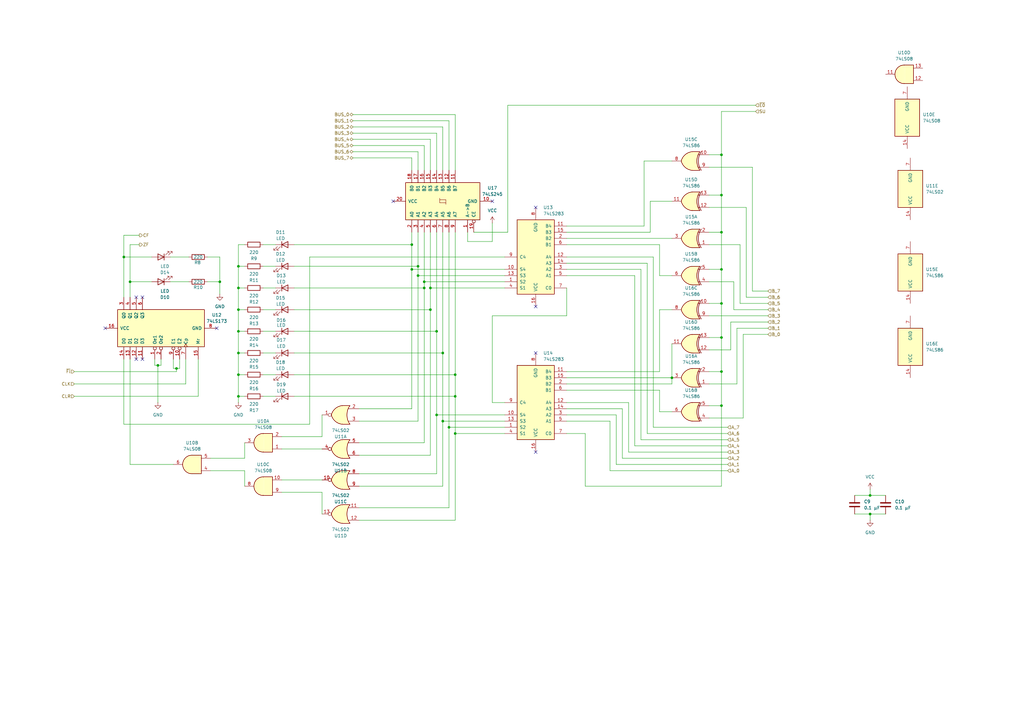
<source format=kicad_sch>
(kicad_sch (version 20250114) (generator "eeschema") (generator_version "9.0")
  (paper "A3")
  (title_block (title "8 bit PC") (date "2025-10-14") (rev "1"))
  (lib_symbols
    (symbol "74xx:74LS02" (pin_names (offset 1.016))
      (property "Reference" "U" (at 0 1.27 0))
      (property "Value" "74LS02" (at 0 -1.27 0))
      (symbol "74LS02_1_1"
        (pin input line (at -7.62 2.54 0) (length 4.318) (name "~") (number "2"))
        (pin input line (at -7.62 -2.54 0) (length 4.318) (name "~") (number "3"))
        (pin output inverted (at 7.62 0 180) (length 3.81) (name "~") (number "1"))
      )
      (symbol "74LS02_1_2"
        (pin input inverted (at -7.62 2.54 0) (length 3.81) (name "~") (number "2"))
        (pin input inverted (at -7.62 -2.54 0) (length 3.81) (name "~") (number "3"))
        (pin output line (at 7.62 0 180) (length 3.81) (name "~") (number "1"))
      )
      (symbol "74LS02_2_1"
        (pin input line (at -7.62 2.54 0) (length 4.318) (name "~") (number "5"))
        (pin input line (at -7.62 -2.54 0) (length 4.318) (name "~") (number "6"))
        (pin output inverted (at 7.62 0 180) (length 3.81) (name "~") (number "4"))
      )
      (symbol "74LS02_2_2"
        (pin input inverted (at -7.62 2.54 0) (length 3.81) (name "~") (number "5"))
        (pin input inverted (at -7.62 -2.54 0) (length 3.81) (name "~") (number "6"))
        (pin output line (at 7.62 0 180) (length 3.81) (name "~") (number "4"))
      )
      (symbol "74LS02_3_1"
        (pin input line (at -7.62 2.54 0) (length 4.318) (name "~") (number "8"))
        (pin input line (at -7.62 -2.54 0) (length 4.318) (name "~") (number "9"))
        (pin output inverted (at 7.62 0 180) (length 3.81) (name "~") (number "10"))
      )
      (symbol "74LS02_3_2"
        (pin input inverted (at -7.62 2.54 0) (length 3.81) (name "~") (number "8"))
        (pin input inverted (at -7.62 -2.54 0) (length 3.81) (name "~") (number "9"))
        (pin output line (at 7.62 0 180) (length 3.81) (name "~") (number "10"))
      )
      (symbol "74LS02_4_1"
        (pin input line (at -7.62 2.54 0) (length 4.318) (name "~") (number "11"))
        (pin input line (at -7.62 -2.54 0) (length 4.318) (name "~") (number "12"))
        (pin output inverted (at 7.62 0 180) (length 3.81) (name "~") (number "13"))
      )
      (symbol "74LS02_4_2"
        (pin input inverted (at -7.62 2.54 0) (length 3.81) (name "~") (number "11"))
        (pin input inverted (at -7.62 -2.54 0) (length 3.81) (name "~") (number "12"))
        (pin output line (at 7.62 0 180) (length 3.81) (name "~") (number "13"))
      )
      (symbol "74LS02_5_0"
        (pin power_in line (at 0 12.7 270) (length 5.08) (name "VCC") (number "14"))
        (pin power_in line (at 0 -12.7 90) (length 5.08) (name "GND") (number "7"))
      )
    )
    (symbol "74xx:74LS08" (pin_names (offset 1.016))
      (property "Reference" "U" (at 0 1.27 0))
      (property "Value" "74LS08" (at 0 -1.27 0))
      (symbol "74LS08_1_1"
        (pin input line (at -7.62 2.54 0) (length 3.81) (name "~") (number "1"))
        (pin input line (at -7.62 -2.54 0) (length 3.81) (name "~") (number "2"))
        (pin output line (at 7.62 0 180) (length 3.81) (name "~") (number "3"))
      )
      (symbol "74LS08_1_2"
        (pin input inverted (at -7.62 2.54 0) (length 4.318) (name "~") (number "1"))
        (pin input inverted (at -7.62 -2.54 0) (length 4.318) (name "~") (number "2"))
        (pin output inverted (at 7.62 0 180) (length 3.81) (name "~") (number "3"))
      )
      (symbol "74LS08_2_1"
        (pin input line (at -7.62 2.54 0) (length 3.81) (name "~") (number "4"))
        (pin input line (at -7.62 -2.54 0) (length 3.81) (name "~") (number "5"))
        (pin output line (at 7.62 0 180) (length 3.81) (name "~") (number "6"))
      )
      (symbol "74LS08_2_2"
        (pin input inverted (at -7.62 2.54 0) (length 4.318) (name "~") (number "4"))
        (pin input inverted (at -7.62 -2.54 0) (length 4.318) (name "~") (number "5"))
        (pin output inverted (at 7.62 0 180) (length 3.81) (name "~") (number "6"))
      )
      (symbol "74LS08_3_1"
        (pin input line (at -7.62 2.54 0) (length 3.81) (name "~") (number "9"))
        (pin input line (at -7.62 -2.54 0) (length 3.81) (name "~") (number "10"))
        (pin output line (at 7.62 0 180) (length 3.81) (name "~") (number "8"))
      )
      (symbol "74LS08_3_2"
        (pin input inverted (at -7.62 2.54 0) (length 4.318) (name "~") (number "9"))
        (pin input inverted (at -7.62 -2.54 0) (length 4.318) (name "~") (number "10"))
        (pin output inverted (at 7.62 0 180) (length 3.81) (name "~") (number "8"))
      )
      (symbol "74LS08_4_1"
        (pin input line (at -7.62 2.54 0) (length 3.81) (name "~") (number "12"))
        (pin input line (at -7.62 -2.54 0) (length 3.81) (name "~") (number "13"))
        (pin output line (at 7.62 0 180) (length 3.81) (name "~") (number "11"))
      )
      (symbol "74LS08_4_2"
        (pin input inverted (at -7.62 2.54 0) (length 4.318) (name "~") (number "12"))
        (pin input inverted (at -7.62 -2.54 0) (length 4.318) (name "~") (number "13"))
        (pin output inverted (at 7.62 0 180) (length 3.81) (name "~") (number "11"))
      )
      (symbol "74LS08_5_0"
        (pin power_in line (at 0 12.7 270) (length 5.08) (name "VCC") (number "14"))
        (pin power_in line (at 0 -12.7 90) (length 5.08) (name "GND") (number "7"))
      )
    )
    (symbol "74xx:74LS173" (pin_names (offset 1.016))
      (property "Reference" "U" (at -7.62 19.05 0))
      (property "Value" "74LS173" (at -7.62 -19.05 0))
      (symbol "74LS173_1_0"
        (pin input line (at -12.7 15.24 0) (length 5.08) (name "D0") (number "14"))
        (pin input line (at -12.7 12.7 0) (length 5.08) (name "D1") (number "13"))
        (pin input line (at -12.7 10.16 0) (length 5.08) (name "D2") (number "12"))
        (pin input line (at -12.7 7.62 0) (length 5.08) (name "D3") (number "11"))
        (pin input inverted (at -12.7 2.54 0) (length 5.08) (name "Oe1") (number "1"))
        (pin input inverted (at -12.7 0 0) (length 5.08) (name "Oe2") (number "2"))
        (pin input inverted (at -12.7 -5.08 0) (length 5.08) (name "E1") (number "9"))
        (pin input inverted (at -12.7 -7.62 0) (length 5.08) (name "E2") (number "10"))
        (pin input clock (at -12.7 -10.16 0) (length 5.08) (name "Cp") (number "7"))
        (pin input line (at -12.7 -15.24 0) (length 5.08) (name "Mr") (number "15"))
        (pin power_in line (at 0 22.86 270) (length 5.08) (name "VCC") (number "16"))
        (pin power_in line (at 0 -22.86 90) (length 5.08) (name "GND") (number "8"))
        (pin tri_state line (at 12.7 15.24 180) (length 5.08) (name "Q0") (number "3"))
        (pin tri_state line (at 12.7 12.7 180) (length 5.08) (name "Q1") (number "4"))
        (pin tri_state line (at 12.7 10.16 180) (length 5.08) (name "Q2") (number "5"))
        (pin tri_state line (at 12.7 7.62 180) (length 5.08) (name "Q3") (number "6"))
      )
    )
    (symbol "74xx:74LS245" (pin_names (offset 1.016))
      (property "Reference" "U" (at -7.62 16.51 0))
      (property "Value" "74LS245" (at -7.62 -16.51 0))
      (symbol "74LS245_1_0"
        (pin tri_state line (at -12.7 12.7 0) (length 5.08) (name "A0") (number "2"))
        (pin tri_state line (at -12.7 10.16 0) (length 5.08) (name "A1") (number "3"))
        (pin tri_state line (at -12.7 7.62 0) (length 5.08) (name "A2") (number "4"))
        (pin tri_state line (at -12.7 5.08 0) (length 5.08) (name "A3") (number "5"))
        (pin tri_state line (at -12.7 2.54 0) (length 5.08) (name "A4") (number "6"))
        (pin tri_state line (at -12.7 0 0) (length 5.08) (name "A5") (number "7"))
        (pin tri_state line (at -12.7 -2.54 0) (length 5.08) (name "A6") (number "8"))
        (pin tri_state line (at -12.7 -5.08 0) (length 5.08) (name "A7") (number "9"))
        (pin input line (at -12.7 -10.16 0) (length 5.08) (name "A->B") (number "1"))
        (pin input inverted (at -12.7 -12.7 0) (length 5.08) (name "CE") (number "19"))
        (pin power_in line (at 0 20.32 270) (length 5.08) (name "VCC") (number "20"))
        (pin power_in line (at 0 -20.32 90) (length 5.08) (name "GND") (number "10"))
        (pin tri_state line (at 12.7 12.7 180) (length 5.08) (name "B0") (number "18"))
        (pin tri_state line (at 12.7 10.16 180) (length 5.08) (name "B1") (number "17"))
        (pin tri_state line (at 12.7 7.62 180) (length 5.08) (name "B2") (number "16"))
        (pin tri_state line (at 12.7 5.08 180) (length 5.08) (name "B3") (number "15"))
        (pin tri_state line (at 12.7 2.54 180) (length 5.08) (name "B4") (number "14"))
        (pin tri_state line (at 12.7 0 180) (length 5.08) (name "B5") (number "13"))
        (pin tri_state line (at 12.7 -2.54 180) (length 5.08) (name "B6") (number "12"))
        (pin tri_state line (at 12.7 -5.08 180) (length 5.08) (name "B7") (number "11"))
      )
    )
    (symbol "74xx:74LS283" (pin_names (offset 1.016))
      (property "Reference" "U" (at -7.62 16.51 0))
      (property "Value" "74LS283" (at -7.62 -16.51 0))
      (symbol "74LS283_1_0"
        (pin input line (at -12.7 12.7 0) (length 5.08) (name "C0") (number "7"))
        (pin input line (at -12.7 7.62 0) (length 5.08) (name "A1") (number "5"))
        (pin input line (at -12.7 5.08 0) (length 5.08) (name "A2") (number "3"))
        (pin input line (at -12.7 2.54 0) (length 5.08) (name "A3") (number "14"))
        (pin input line (at -12.7 0 0) (length 5.08) (name "A4") (number "12"))
        (pin input line (at -12.7 -5.08 0) (length 5.08) (name "B1") (number "6"))
        (pin input line (at -12.7 -7.62 0) (length 5.08) (name "B2") (number "2"))
        (pin input line (at -12.7 -10.16 0) (length 5.08) (name "B3") (number "15"))
        (pin input line (at -12.7 -12.7 0) (length 5.08) (name "B4") (number "11"))
        (pin power_in line (at 0 20.32 270) (length 5.08) (name "VCC") (number "16"))
        (pin power_in line (at 0 -20.32 90) (length 5.08) (name "GND") (number "8"))
        (pin output line (at 12.7 12.7 180) (length 5.08) (name "S1") (number "4"))
        (pin output line (at 12.7 10.16 180) (length 5.08) (name "S2") (number "1"))
        (pin output line (at 12.7 7.62 180) (length 5.08) (name "S3") (number "13"))
        (pin output line (at 12.7 5.08 180) (length 5.08) (name "S4") (number "10"))
        (pin output line (at 12.7 0 180) (length 5.08) (name "C4") (number "9"))
      )
    )
    (symbol "74xx:74LS86" (pin_names (offset 1.016))
      (property "Reference" "U" (at 0 1.27 0))
      (property "Value" "74LS86" (at 0 -1.27 0))
      (symbol "74LS86_1_0"
        (pin input line (at -7.62 2.54 0) (length 4.445) (name "~") (number "1"))
        (pin input line (at -7.62 -2.54 0) (length 4.445) (name "~") (number "2"))
        (pin output line (at 7.62 0 180) (length 3.81) (name "~") (number "3"))
      )
      (symbol "74LS86_2_0"
        (pin input line (at -7.62 2.54 0) (length 4.445) (name "~") (number "4"))
        (pin input line (at -7.62 -2.54 0) (length 4.445) (name "~") (number "5"))
        (pin output line (at 7.62 0 180) (length 3.81) (name "~") (number "6"))
      )
      (symbol "74LS86_3_0"
        (pin input line (at -7.62 2.54 0) (length 4.445) (name "~") (number "9"))
        (pin input line (at -7.62 -2.54 0) (length 4.445) (name "~") (number "10"))
        (pin output line (at 7.62 0 180) (length 3.81) (name "~") (number "8"))
      )
      (symbol "74LS86_4_0"
        (pin input line (at -7.62 2.54 0) (length 4.445) (name "~") (number "12"))
        (pin input line (at -7.62 -2.54 0) (length 4.445) (name "~") (number "13"))
        (pin output line (at 7.62 0 180) (length 3.81) (name "~") (number "11"))
      )
      (symbol "74LS86_5_0"
        (pin power_in line (at 0 12.7 270) (length 5.08) (name "VCC") (number "14"))
        (pin power_in line (at 0 -12.7 90) (length 5.08) (name "GND") (number "7"))
      )
    )
    (symbol "Device:C" (pin_numbers (hide yes)) (pin_names (offset 0.254))
      (property "Reference" "C" (at 0.635 2.54 0))
      (property "Value" "C" (at 0.635 -2.54 0))
      (symbol "C_1_1"
        (pin passive line (at 0 3.81 270) (length 2.794) (name "~") (number "1"))
        (pin passive line (at 0 -3.81 90) (length 2.794) (name "~") (number "2"))
      )
    )
    (symbol "Device:LED" (pin_numbers (hide yes)) (pin_names (offset 1.016) (hide yes))
      (property "Reference" "D" (at 0 2.54 0))
      (property "Value" "LED" (at 0 -2.54 0))
      (symbol "LED_1_1"
        (pin passive line (at -3.81 0 0) (length 2.54) (name "K") (number "1"))
        (pin passive line (at 3.81 0 180) (length 2.54) (name "A") (number "2"))
      )
    )
    (symbol "Device:R" (pin_numbers (hide yes)) (pin_names (offset 0))
      (property "Reference" "R" (at 2.032 0 90))
      (property "Value" "R" (at 0 0 90))
      (symbol "R_1_1"
        (pin passive line (at 0 3.81 270) (length 1.27) (name "~") (number "1"))
        (pin passive line (at 0 -3.81 90) (length 1.27) (name "~") (number "2"))
      )
    )
    (symbol "power:GND" (power) (pin_numbers (hide yes)) (pin_names (offset 0) (hide yes))
      (property "Value" "GND" (at 0 -3.81 0))
      (symbol "GND_1_1"
        (pin power_in line (at 0 0 270) (length 0) (name "~") (number "1"))
      )
    )
    (symbol "power:VCC" (power) (pin_numbers (hide yes)) (pin_names (offset 0) (hide yes))
      (property "Value" "VCC" (at 0 3.556 0))
      (symbol "VCC_1_1"
        (pin power_in line (at 0 0 90) (length 0) (name "~") (number "1"))
      )
    )
  )
  (junction (at 295.91 110.49))
  (junction (at 295.91 152.4))
  (junction (at 186.69 177.8))
  (junction (at 181.61 144.78))
  (junction (at 179.07 135.89))
  (junction (at 275.59 154.94))
  (junction (at 168.91 100.33))
  (junction (at 97.79 109.22))
  (junction (at 97.79 153.67))
  (junction (at 356.87 203.2))
  (junction (at 356.87 210.82))
  (junction (at 97.79 127))
  (junction (at 176.53 118.11))
  (junction (at 64.77 149.86))
  (junction (at 181.61 172.72))
  (junction (at 173.99 118.11))
  (junction (at 295.91 166.37))
  (junction (at 171.45 109.22))
  (junction (at 186.69 153.67))
  (junction (at 176.53 127))
  (junction (at 97.79 144.78))
  (junction (at 50.8 105.41))
  (junction (at 72.39 151.13))
  (junction (at 171.45 113.03))
  (junction (at 295.91 138.43))
  (junction (at 179.07 170.18))
  (junction (at 295.91 95.25))
  (junction (at 90.17 115.57))
  (junction (at 295.91 80.01))
  (junction (at 295.91 63.5))
  (junction (at 53.34 115.57))
  (junction (at 184.15 175.26))
  (junction (at 97.79 162.56))
  (junction (at 173.99 115.57))
  (junction (at 295.91 124.46))
  (junction (at 97.79 135.89))
  (junction (at 186.69 162.56))
  (junction (at 97.79 118.11))
  (junction (at 168.91 110.49))
  (no_connect (at 58.42 121.92))
  (no_connect (at 43.18 134.62))
  (no_connect (at 161.29 82.55))
  (no_connect (at 219.71 144.78))
  (no_connect (at 219.71 185.42))
  (no_connect (at 88.9 134.62))
  (no_connect (at 219.71 85.09))
  (no_connect (at 55.88 121.92))
  (no_connect (at 201.93 82.55))
  (no_connect (at 55.88 147.32))
  (no_connect (at 58.42 147.32))
  (no_connect (at 219.71 125.73))
  (wire (pts (xy 179.07 54.61) (xy 179.07 69.85)))
  (wire (pts (xy 107.95 118.11) (xy 113.03 118.11)))
  (wire (pts (xy 50.8 147.32) (xy 50.8 173.99)))
  (wire (pts (xy 50.8 105.41) (xy 50.8 96.52)))
  (wire (pts (xy 71.12 147.32) (xy 71.12 151.13)))
  (wire (pts (xy 76.2 147.32) (xy 76.2 157.48)))
  (wire (pts (xy 107.95 100.33) (xy 113.03 100.33)))
  (wire (pts (xy 71.12 151.13) (xy 72.39 151.13)))
  (wire (pts (xy 303.53 124.46) (xy 314.96 124.46)))
  (wire (pts (xy 184.15 95.25) (xy 184.15 175.26)))
  (wire (pts (xy 173.99 59.69) (xy 173.99 69.85)))
  (wire (pts (xy 232.41 92.71) (xy 264.16 92.71)))
  (wire (pts (xy 191.77 99.06) (xy 201.93 99.06)))
  (wire (pts (xy 290.83 100.33) (xy 303.53 100.33)))
  (wire (pts (xy 120.65 153.67) (xy 186.69 153.67)))
  (wire (pts (xy 194.31 95.25) (xy 208.28 95.25)))
  (wire (pts (xy 132.08 210.82) (xy 132.08 201.93)))
  (wire (pts (xy 232.41 129.54) (xy 201.93 129.54)))
  (wire (pts (xy 147.32 194.31) (xy 179.07 194.31)))
  (wire (pts (xy 107.95 144.78) (xy 113.03 144.78)))
  (wire (pts (xy 168.91 95.25) (xy 168.91 100.33)))
  (wire (pts (xy 186.69 177.8) (xy 186.69 213.36)))
  (wire (pts (xy 144.78 64.77) (xy 168.91 64.77)))
  (wire (pts (xy 50.8 173.99) (xy 127 173.99)))
  (wire (pts (xy 181.61 172.72) (xy 181.61 199.39)))
  (wire (pts (xy 208.28 95.25) (xy 208.28 43.18)))
  (wire (pts (xy 179.07 135.89) (xy 179.07 170.18)))
  (wire (pts (xy 270.51 160.02) (xy 270.51 168.91)))
  (wire (pts (xy 107.95 162.56) (xy 113.03 162.56)))
  (wire (pts (xy 260.35 113.03) (xy 260.35 182.88)))
  (wire (pts (xy 257.81 165.1) (xy 257.81 185.42)))
  (wire (pts (xy 250.19 172.72) (xy 250.19 193.04)))
  (wire (pts (xy 181.61 172.72) (xy 207.01 172.72)))
  (wire (pts (xy 264.16 66.04) (xy 275.59 66.04)))
  (wire (pts (xy 63.5 149.86) (xy 64.77 149.86)))
  (wire (pts (xy 186.69 177.8) (xy 207.01 177.8)))
  (wire (pts (xy 308.61 119.38) (xy 308.61 68.58)))
  (wire (pts (xy 186.69 46.99) (xy 186.69 69.85)))
  (wire (pts (xy 267.97 105.41) (xy 232.41 105.41)))
  (wire (pts (xy 356.87 203.2) (xy 363.22 203.2)))
  (wire (pts (xy 120.65 100.33) (xy 168.91 100.33)))
  (wire (pts (xy 290.83 80.01) (xy 295.91 80.01)))
  (wire (pts (xy 232.41 167.64) (xy 255.27 167.64)))
  (wire (pts (xy 127 105.41) (xy 207.01 105.41)))
  (wire (pts (xy 295.91 45.72) (xy 295.91 63.5)))
  (wire (pts (xy 66.04 149.86) (xy 64.77 149.86)))
  (wire (pts (xy 186.69 153.67) (xy 186.69 162.56)))
  (wire (pts (xy 173.99 115.57) (xy 207.01 115.57)))
  (wire (pts (xy 304.8 171.45) (xy 304.8 137.16)))
  (wire (pts (xy 97.79 153.67) (xy 97.79 162.56)))
  (wire (pts (xy 270.51 100.33) (xy 270.51 113.03)))
  (wire (pts (xy 295.91 199.39) (xy 240.03 199.39)))
  (wire (pts (xy 240.03 177.8) (xy 232.41 177.8)))
  (wire (pts (xy 232.41 172.72) (xy 250.19 172.72)))
  (wire (pts (xy 181.61 199.39) (xy 147.32 199.39)))
  (wire (pts (xy 306.07 85.09) (xy 306.07 121.92)))
  (wire (pts (xy 53.34 115.57) (xy 62.23 115.57)))
  (wire (pts (xy 290.83 166.37) (xy 295.91 166.37)))
  (wire (pts (xy 97.79 162.56) (xy 100.33 162.56)))
  (wire (pts (xy 115.57 201.93) (xy 132.08 201.93)))
  (wire (pts (xy 50.8 105.41) (xy 62.23 105.41)))
  (wire (pts (xy 120.65 118.11) (xy 173.99 118.11)))
  (wire (pts (xy 171.45 113.03) (xy 207.01 113.03)))
  (wire (pts (xy 66.04 147.32) (xy 66.04 149.86)))
  (wire (pts (xy 64.77 149.86) (xy 64.77 165.1)))
  (wire (pts (xy 132.08 170.18) (xy 132.08 179.07)))
  (wire (pts (xy 50.8 96.52) (xy 57.15 96.52)))
  (wire (pts (xy 97.79 144.78) (xy 97.79 153.67)))
  (wire (pts (xy 120.65 144.78) (xy 181.61 144.78)))
  (wire (pts (xy 181.61 52.07) (xy 181.61 69.85)))
  (wire (pts (xy 290.83 157.48) (xy 302.26 157.48)))
  (wire (pts (xy 100.33 181.61) (xy 100.33 187.96)))
  (wire (pts (xy 232.41 97.79) (xy 275.59 97.79)))
  (wire (pts (xy 127 105.41) (xy 127 173.99)))
  (wire (pts (xy 168.91 110.49) (xy 168.91 167.64)))
  (wire (pts (xy 207.01 175.26) (xy 184.15 175.26)))
  (wire (pts (xy 232.41 113.03) (xy 260.35 113.03)))
  (wire (pts (xy 255.27 167.64) (xy 255.27 187.96)))
  (wire (pts (xy 270.51 168.91) (xy 275.59 168.91)))
  (wire (pts (xy 50.8 121.92) (xy 50.8 105.41)))
  (wire (pts (xy 144.78 52.07) (xy 181.61 52.07)))
  (wire (pts (xy 184.15 175.26) (xy 184.15 208.28)))
  (wire (pts (xy 290.83 63.5) (xy 295.91 63.5)))
  (wire (pts (xy 300.99 127) (xy 314.96 127)))
  (wire (pts (xy 266.7 82.55) (xy 275.59 82.55)))
  (wire (pts (xy 252.73 170.18) (xy 252.73 190.5)))
  (wire (pts (xy 173.99 115.57) (xy 173.99 118.11)))
  (wire (pts (xy 100.33 193.04) (xy 86.36 193.04)))
  (wire (pts (xy 255.27 187.96) (xy 298.45 187.96)))
  (wire (pts (xy 176.53 57.15) (xy 176.53 69.85)))
  (wire (pts (xy 53.34 121.92) (xy 53.34 115.57)))
  (wire (pts (xy 179.07 170.18) (xy 207.01 170.18)))
  (wire (pts (xy 171.45 62.23) (xy 171.45 69.85)))
  (wire (pts (xy 120.65 127) (xy 176.53 127)))
  (wire (pts (xy 53.34 100.33) (xy 57.15 100.33)))
  (wire (pts (xy 144.78 62.23) (xy 171.45 62.23)))
  (wire (pts (xy 298.45 175.26) (xy 267.97 175.26)))
  (wire (pts (xy 295.91 138.43) (xy 295.91 152.4)))
  (wire (pts (xy 257.81 185.42) (xy 298.45 185.42)))
  (wire (pts (xy 295.91 80.01) (xy 295.91 95.25)))
  (wire (pts (xy 232.41 165.1) (xy 257.81 165.1)))
  (wire (pts (xy 275.59 157.48) (xy 275.59 154.94)))
  (wire (pts (xy 97.79 165.1) (xy 97.79 162.56)))
  (wire (pts (xy 144.78 49.53) (xy 184.15 49.53)))
  (wire (pts (xy 290.83 110.49) (xy 295.91 110.49)))
  (wire (pts (xy 97.79 118.11) (xy 100.33 118.11)))
  (wire (pts (xy 262.89 180.34) (xy 298.45 180.34)))
  (wire (pts (xy 250.19 193.04) (xy 298.45 193.04)))
  (wire (pts (xy 295.91 95.25) (xy 295.91 110.49)))
  (wire (pts (xy 171.45 172.72) (xy 147.32 172.72)))
  (wire (pts (xy 97.79 109.22) (xy 100.33 109.22)))
  (wire (pts (xy 295.91 124.46) (xy 295.91 138.43)))
  (wire (pts (xy 176.53 95.25) (xy 176.53 118.11)))
  (wire (pts (xy 173.99 181.61) (xy 147.32 181.61)))
  (wire (pts (xy 53.34 115.57) (xy 53.34 100.33)))
  (wire (pts (xy 107.95 135.89) (xy 113.03 135.89)))
  (wire (pts (xy 295.91 152.4) (xy 295.91 166.37)))
  (wire (pts (xy 232.41 152.4) (xy 270.51 152.4)))
  (wire (pts (xy 181.61 144.78) (xy 181.61 172.72)))
  (wire (pts (xy 350.52 210.82) (xy 356.87 210.82)))
  (wire (pts (xy 184.15 49.53) (xy 184.15 69.85)))
  (wire (pts (xy 115.57 179.07) (xy 132.08 179.07)))
  (wire (pts (xy 85.09 115.57) (xy 90.17 115.57)))
  (wire (pts (xy 100.33 100.33) (xy 97.79 100.33)))
  (wire (pts (xy 72.39 151.13) (xy 72.39 152.4)))
  (wire (pts (xy 295.91 110.49) (xy 295.91 124.46)))
  (wire (pts (xy 115.57 184.15) (xy 132.08 184.15)))
  (wire (pts (xy 232.41 110.49) (xy 262.89 110.49)))
  (wire (pts (xy 356.87 210.82) (xy 356.87 213.36)))
  (wire (pts (xy 181.61 95.25) (xy 181.61 144.78)))
  (wire (pts (xy 290.83 138.43) (xy 295.91 138.43)))
  (wire (pts (xy 308.61 68.58) (xy 290.83 68.58)))
  (wire (pts (xy 265.43 107.95) (xy 265.43 177.8)))
  (wire (pts (xy 144.78 59.69) (xy 173.99 59.69)))
  (wire (pts (xy 173.99 95.25) (xy 173.99 115.57)))
  (wire (pts (xy 107.95 153.67) (xy 113.03 153.67)))
  (wire (pts (xy 171.45 95.25) (xy 171.45 109.22)))
  (wire (pts (xy 100.33 153.67) (xy 97.79 153.67)))
  (wire (pts (xy 300.99 115.57) (xy 300.99 127)))
  (wire (pts (xy 144.78 54.61) (xy 179.07 54.61)))
  (wire (pts (xy 363.22 210.82) (xy 356.87 210.82)))
  (wire (pts (xy 290.83 171.45) (xy 304.8 171.45)))
  (wire (pts (xy 309.88 45.72) (xy 295.91 45.72)))
  (wire (pts (xy 97.79 144.78) (xy 100.33 144.78)))
  (wire (pts (xy 176.53 127) (xy 176.53 186.69)))
  (wire (pts (xy 295.91 166.37) (xy 295.91 199.39)))
  (wire (pts (xy 171.45 109.22) (xy 171.45 113.03)))
  (wire (pts (xy 53.34 190.5) (xy 71.12 190.5)))
  (wire (pts (xy 176.53 118.11) (xy 176.53 127)))
  (wire (pts (xy 120.65 162.56) (xy 186.69 162.56)))
  (wire (pts (xy 120.65 109.22) (xy 171.45 109.22)))
  (wire (pts (xy 303.53 100.33) (xy 303.53 124.46)))
  (wire (pts (xy 168.91 64.77) (xy 168.91 69.85)))
  (wire (pts (xy 304.8 137.16) (xy 314.96 137.16)))
  (wire (pts (xy 302.26 157.48) (xy 302.26 134.62)))
  (wire (pts (xy 290.83 115.57) (xy 300.99 115.57)))
  (wire (pts (xy 90.17 105.41) (xy 90.17 115.57)))
  (wire (pts (xy 97.79 109.22) (xy 97.79 118.11)))
  (wire (pts (xy 186.69 213.36) (xy 147.32 213.36)))
  (wire (pts (xy 260.35 182.88) (xy 298.45 182.88)))
  (wire (pts (xy 186.69 162.56) (xy 186.69 177.8)))
  (wire (pts (xy 147.32 186.69) (xy 176.53 186.69)))
  (wire (pts (xy 290.83 129.54) (xy 314.96 129.54)))
  (wire (pts (xy 270.51 113.03) (xy 275.59 113.03)))
  (wire (pts (xy 73.66 147.32) (xy 73.66 151.13)))
  (wire (pts (xy 232.41 118.11) (xy 232.41 129.54)))
  (wire (pts (xy 76.2 157.48) (xy 30.48 157.48)))
  (wire (pts (xy 232.41 100.33) (xy 270.51 100.33)))
  (wire (pts (xy 232.41 160.02) (xy 270.51 160.02)))
  (wire (pts (xy 147.32 208.28) (xy 184.15 208.28)))
  (wire (pts (xy 290.83 95.25) (xy 295.91 95.25)))
  (wire (pts (xy 186.69 95.25) (xy 186.69 153.67)))
  (wire (pts (xy 232.41 95.25) (xy 266.7 95.25)))
  (wire (pts (xy 299.72 132.08) (xy 314.96 132.08)))
  (wire (pts (xy 53.34 147.32) (xy 53.34 190.5)))
  (wire (pts (xy 144.78 57.15) (xy 176.53 57.15)))
  (wire (pts (xy 302.26 134.62) (xy 314.96 134.62)))
  (wire (pts (xy 270.51 127) (xy 275.59 127)))
  (wire (pts (xy 207.01 110.49) (xy 168.91 110.49)))
  (wire (pts (xy 306.07 121.92) (xy 314.96 121.92)))
  (wire (pts (xy 173.99 118.11) (xy 173.99 181.61)))
  (wire (pts (xy 232.41 107.95) (xy 265.43 107.95)))
  (wire (pts (xy 69.85 115.57) (xy 77.47 115.57)))
  (wire (pts (xy 63.5 147.32) (xy 63.5 149.86)))
  (wire (pts (xy 97.79 135.89) (xy 100.33 135.89)))
  (wire (pts (xy 265.43 177.8) (xy 298.45 177.8)))
  (wire (pts (xy 97.79 127) (xy 100.33 127)))
  (wire (pts (xy 299.72 143.51) (xy 299.72 132.08)))
  (wire (pts (xy 252.73 190.5) (xy 298.45 190.5)))
  (wire (pts (xy 314.96 119.38) (xy 308.61 119.38)))
  (wire (pts (xy 191.77 95.25) (xy 191.77 99.06)))
  (wire (pts (xy 266.7 95.25) (xy 266.7 82.55)))
  (wire (pts (xy 168.91 100.33) (xy 168.91 110.49)))
  (wire (pts (xy 107.95 127) (xy 113.03 127)))
  (wire (pts (xy 290.83 85.09) (xy 306.07 85.09)))
  (wire (pts (xy 100.33 199.39) (xy 100.33 193.04)))
  (wire (pts (xy 201.93 129.54) (xy 201.93 165.1)))
  (wire (pts (xy 270.51 152.4) (xy 270.51 127)))
  (wire (pts (xy 275.59 154.94) (xy 275.59 140.97)))
  (wire (pts (xy 262.89 110.49) (xy 262.89 180.34)))
  (wire (pts (xy 120.65 135.89) (xy 179.07 135.89)))
  (wire (pts (xy 176.53 118.11) (xy 207.01 118.11)))
  (wire (pts (xy 97.79 100.33) (xy 97.79 109.22)))
  (wire (pts (xy 69.85 105.41) (xy 77.47 105.41)))
  (wire (pts (xy 171.45 113.03) (xy 171.45 172.72)))
  (wire (pts (xy 73.66 151.13) (xy 72.39 151.13)))
  (wire (pts (xy 290.83 124.46) (xy 295.91 124.46)))
  (wire (pts (xy 81.28 147.32) (xy 81.28 162.56)))
  (wire (pts (xy 201.93 99.06) (xy 201.93 91.44)))
  (wire (pts (xy 97.79 118.11) (xy 97.79 127)))
  (wire (pts (xy 290.83 143.51) (xy 299.72 143.51)))
  (wire (pts (xy 290.83 152.4) (xy 295.91 152.4)))
  (wire (pts (xy 356.87 200.66) (xy 356.87 203.2)))
  (wire (pts (xy 107.95 109.22) (xy 113.03 109.22)))
  (wire (pts (xy 232.41 170.18) (xy 252.73 170.18)))
  (wire (pts (xy 72.39 152.4) (xy 30.48 152.4)))
  (wire (pts (xy 179.07 95.25) (xy 179.07 135.89)))
  (wire (pts (xy 208.28 43.18) (xy 309.88 43.18)))
  (wire (pts (xy 350.52 203.2) (xy 356.87 203.2)))
  (wire (pts (xy 81.28 162.56) (xy 30.48 162.56)))
  (wire (pts (xy 100.33 187.96) (xy 86.36 187.96)))
  (wire (pts (xy 295.91 63.5) (xy 295.91 80.01)))
  (wire (pts (xy 97.79 135.89) (xy 97.79 144.78)))
  (wire (pts (xy 201.93 165.1) (xy 207.01 165.1)))
  (wire (pts (xy 232.41 157.48) (xy 275.59 157.48)))
  (wire (pts (xy 115.57 196.85) (xy 132.08 196.85)))
  (wire (pts (xy 267.97 175.26) (xy 267.97 105.41)))
  (wire (pts (xy 179.07 194.31) (xy 179.07 170.18)))
  (wire (pts (xy 90.17 115.57) (xy 90.17 120.65)))
  (wire (pts (xy 264.16 92.71) (xy 264.16 66.04)))
  (wire (pts (xy 144.78 46.99) (xy 186.69 46.99)))
  (wire (pts (xy 85.09 105.41) (xy 90.17 105.41)))
  (wire (pts (xy 240.03 199.39) (xy 240.03 177.8)))
  (wire (pts (xy 97.79 127) (xy 97.79 135.89)))
  (wire (pts (xy 168.91 167.64) (xy 147.32 167.64)))
  (wire (pts (xy 232.41 154.94) (xy 275.59 154.94)))
  (hierarchical_label "BUS_2" (shape bidirectional) (at 144.78 52.07 180))
  (hierarchical_label "BUS_4" (shape bidirectional) (at 144.78 57.15 180))
  (hierarchical_label "B_4" (shape input) (at 314.96 127 0))
  (hierarchical_label "B_7" (shape input) (at 314.96 119.38 0))
  (hierarchical_label "A_2" (shape input) (at 298.45 187.96 0))
  (hierarchical_label "A_1" (shape input) (at 298.45 190.5 0))
  (hierarchical_label "B_2" (shape input) (at 314.96 132.08 0))
  (hierarchical_label "CF" (shape output) (at 57.15 96.52 0))
  (hierarchical_label "A_0" (shape input) (at 298.45 193.04 0))
  (hierarchical_label "BUS_7" (shape bidirectional) (at 144.78 64.77 180))
  (hierarchical_label "~{E0}" (shape input) (at 309.88 43.18 0))
  (hierarchical_label "A_7" (shape input) (at 298.45 175.26 0))
  (hierarchical_label "BUS_5" (shape bidirectional) (at 144.78 59.69 180))
  (hierarchical_label "B_0" (shape input) (at 314.96 137.16 0))
  (hierarchical_label "B_5" (shape input) (at 314.96 124.46 0))
  (hierarchical_label "BUS_0" (shape bidirectional) (at 144.78 46.99 180))
  (hierarchical_label "BUS_6" (shape bidirectional) (at 144.78 62.23 180))
  (hierarchical_label "A_5" (shape input) (at 298.45 180.34 0))
  (hierarchical_label "~{Fl}" (shape input) (at 30.48 152.4 180))
  (hierarchical_label "B_1" (shape input) (at 314.96 134.62 0))
  (hierarchical_label "B_3" (shape input) (at 314.96 129.54 0))
  (hierarchical_label "A_3" (shape input) (at 298.45 185.42 0))
  (hierarchical_label "A_4" (shape input) (at 298.45 182.88 0))
  (hierarchical_label "BUS_3" (shape bidirectional) (at 144.78 54.61 180))
  (hierarchical_label "ZF" (shape output) (at 57.15 100.33 0))
  (hierarchical_label "B_6" (shape input) (at 314.96 121.92 0))
  (hierarchical_label "A_6" (shape input) (at 298.45 177.8 0))
  (hierarchical_label "CLR" (shape input) (at 30.48 162.56 180))
  (hierarchical_label "CLK" (shape input) (at 30.48 157.48 180))
  (hierarchical_label "SU" (shape input) (at 309.88 45.72 0))
  (hierarchical_label "BUS_1" (shape bidirectional) (at 144.78 49.53 180))
  (symbol (lib_id "74xx:74LS86") (at 283.21 113.03 180) (unit 2)
    (property "Reference" "U15" (at 283.5148 104.14 0))
    (property "Value" "74LS86" (at 283.5148 106.68 0))
    (property "Datasheet" "74xx/74ls86.pdf" (effects (hide yes)))
    (property "Description" "Quad 2-input XOR" (effects (hide yes)))
  )
  (symbol (lib_id "power:GND") (at 97.79 165.1 0) (unit 1)
    (property "Reference" "#PWR016" (effects (hide yes)))
    (property "Value" "GND" (at 97.79 170.18 0))
    (property "Description" "Power symbol creates a global label with name \"GND\" , ground" (effects (hide yes)))
  )
  (symbol (lib_id "74xx:74LS86") (at 373.38 111.76 180) (unit 5)
    (property "Reference" "U15" (at 379.73 110.4899 0) (effects (justify right)))
    (property "Value" "74LS86" (at 379.73 113.0299 0) (effects (justify right)))
    (property "Datasheet" "74xx/74ls86.pdf" (effects (hide yes)))
    (property "Description" "Quad 2-input XOR" (effects (hide yes)))
  )
  (symbol (lib_id "Device:R") (at 104.14 109.22 270) (unit 1)
    (property "Reference" "R11" (at 104.14 114.935 90))
    (property "Value" "220" (at 104.14 112.395 90))
    (property "Description" "Resistor" (effects (hide yes)))
  )
  (symbol (lib_id "Device:LED") (at 66.04 115.57 180) (unit 1)
    (property "Reference" "D10" (at 67.6275 121.92 0))
    (property "Value" "LED" (at 67.6275 119.38 0))
    (property "Description" "Light emitting diode" (effects (hide yes)))
    (property "Sim.Pins" "1=K 2=A" (effects (hide yes)))
  )
  (symbol (lib_id "power:VCC") (at 356.87 200.66 0) (unit 1)
    (property "Reference" "#PWR018" (effects (hide yes)))
    (property "Value" "VCC" (at 356.87 195.58 0))
    (property "Description" "Power symbol creates a global label with name \"VCC\"" (effects (hide yes)))
  )
  (symbol (lib_id "74xx:74LS02") (at 139.7 210.82 0) (mirror y) (unit 4)
    (property "Reference" "U11" (at 139.7 219.71 0))
    (property "Value" "74LS02" (at 139.7 217.17 0))
    (property "Datasheet" "http://www.ti.com/lit/gpn/sn74ls02" (effects (hide yes)))
    (property "Description" "quad 2-input NOR gate" (effects (hide yes)))
  )
  (symbol (lib_id "74xx:74LS02") (at 139.7 184.15 0) (mirror y) (unit 2)
    (property "Reference" "U11" (at 139.7 193.04 0))
    (property "Value" "74LS02" (at 139.7 190.5 0))
    (property "Datasheet" "http://www.ti.com/lit/gpn/sn74ls02" (effects (hide yes)))
    (property "Description" "quad 2-input NOR gate" (effects (hide yes)))
  )
  (symbol (lib_id "Device:R") (at 104.14 153.67 90) (unit 1)
    (property "Reference" "R16" (at 104.14 159.385 90))
    (property "Value" "220" (at 104.14 156.845 90))
    (property "Description" "Resistor" (effects (hide yes)))
  )
  (symbol (lib_id "Device:R") (at 104.14 135.89 270) (unit 1)
    (property "Reference" "R14" (at 104.14 141.605 90))
    (property "Value" "220" (at 104.14 139.065 90))
    (property "Description" "Resistor" (effects (hide yes)))
  )
  (symbol (lib_id "74xx:74LS86") (at 283.21 97.79 180) (unit 1)
    (property "Reference" "U15" (at 283.5148 88.9 0))
    (property "Value" "74LS86" (at 283.5148 91.44 0))
    (property "Datasheet" "74xx/74ls86.pdf" (effects (hide yes)))
    (property "Description" "Quad 2-input XOR" (effects (hide yes)))
  )
  (symbol (lib_id "Device:R") (at 81.28 105.41 90) (unit 1)
    (property "Reference" "R8" (at 81.026 107.696 90))
    (property "Value" "220" (at 81.28 105.41 90))
    (property "Description" "Resistor" (effects (hide yes)))
  )
  (symbol (lib_id "74xx:74LS86") (at 283.21 140.97 180) (unit 4)
    (property "Reference" "U16" (at 283.5148 132.08 0))
    (property "Value" "74LS86" (at 283.5148 134.62 0))
    (property "Datasheet" "74xx/74ls86.pdf" (effects (hide yes)))
    (property "Description" "Quad 2-input XOR" (effects (hide yes)))
  )
  (symbol (lib_id "74xx:74LS08") (at 107.95 181.61 180) (unit 1)
    (property "Reference" "U10" (at 107.9583 172.72 0))
    (property "Value" "74LS08" (at 107.9583 175.26 0))
    (property "Footprint" "Package_DIP:DIP-14_W7.62mm" (effects (hide yes)))
    (property "Datasheet" "http://www.ti.com/lit/gpn/sn74LS08" (effects (hide yes)))
    (property "Description" "Quad And2" (effects (hide yes)))
  )
  (symbol (lib_id "74xx:74LS02") (at 373.38 77.47 180) (unit 5)
    (property "Reference" "U11" (at 379.73 76.1999 0) (effects (justify right)))
    (property "Value" "74LS02" (at 379.73 78.7399 0) (effects (justify right)))
    (property "Datasheet" "http://www.ti.com/lit/gpn/sn74ls02" (effects (hide yes)))
    (property "Description" "quad 2-input NOR gate" (effects (hide yes)))
  )
  (symbol (lib_id "Device:LED") (at 116.84 144.78 0) (unit 1)
    (property "Reference" "D17" (at 115.316 139.446 0))
    (property "Value" "LED" (at 115.316 141.986 0))
    (property "Footprint" "LED_THT:LED_D1.8mm_W1.8mm_H2.4mm_Horizontal_O1.27mm_Z1.6mm" (effects (hide yes)))
    (property "Description" "Light emitting diode" (effects (hide yes)))
    (property "Sim.Pins" "1=K 2=A" (effects (hide yes)))
  )
  (symbol (lib_id "74xx:74LS283") (at 219.71 105.41 180) (unit 1)
    (property "Reference" "U13" (at 222.8281 85.09 0) (effects (justify right)))
    (property "Value" "74LS283" (at 222.8281 87.63 0) (effects (justify right)))
    (property "Footprint" "Package_DIP:DIP-16_W7.62mm" (effects (hide yes)))
    (property "Datasheet" "http://www.ti.com/lit/gpn/sn74LS283" (effects (hide yes)))
    (property "Description" "4-bit full Adder" (effects (hide yes)))
  )
  (symbol (lib_id "Device:R") (at 104.14 144.78 270) (unit 1)
    (property "Reference" "R15" (at 104.14 150.495 90))
    (property "Value" "220" (at 104.14 147.955 90))
    (property "Description" "Resistor" (effects (hide yes)))
  )
  (symbol (lib_id "Device:LED") (at 66.04 105.41 180) (unit 1)
    (property "Reference" "D14" (at 67.6275 111.76 0))
    (property "Value" "LED" (at 67.6275 109.22 0))
    (property "Footprint" "LED_THT:LED_D1.8mm_W1.8mm_H2.4mm_Horizontal_O1.27mm_Z1.6mm" (effects (hide yes)))
    (property "Description" "Light emitting diode" (effects (hide yes)))
    (property "Sim.Pins" "1=K 2=A" (effects (hide yes)))
  )
  (symbol (lib_id "74xx:74LS08") (at 107.95 199.39 180) (unit 3)
    (property "Reference" "U10" (at 107.9583 190.5 0))
    (property "Value" "74LS08" (at 107.9583 193.04 0))
    (property "Footprint" "Package_DIP:DIP-14_W7.62mm" (effects (hide yes)))
    (property "Datasheet" "http://www.ti.com/lit/gpn/sn74LS08" (effects (hide yes)))
    (property "Description" "Quad And2" (effects (hide yes)))
  )
  (symbol (lib_id "74xx:74LS86") (at 283.21 66.04 180) (unit 3)
    (property "Reference" "U15" (at 283.5148 57.15 0))
    (property "Value" "74LS86" (at 283.5148 59.69 0))
    (property "Datasheet" "74xx/74ls86.pdf" (effects (hide yes)))
    (property "Description" "Quad 2-input XOR" (effects (hide yes)))
  )
  (symbol (lib_id "74xx:74LS173") (at 66.04 134.62 90) (unit 1)
    (property "Reference" "U12" (at 88.9 129.1746 90))
    (property "Value" "74LS173" (at 88.9 131.7146 90))
    (property "Footprint" "Package_DIP:DIP-16_W7.62mm" (effects (hide yes)))
    (property "Datasheet" "http://www.ti.com/lit/gpn/sn74LS173" (effects (hide yes)))
    (property "Description" "4-bit D-type Register, 3 state out" (effects (hide yes)))
  )
  (symbol (lib_id "Device:LED") (at 116.84 153.67 0) (unit 1)
    (property "Reference" "D18" (at 115.062 148.59 0))
    (property "Value" "LED" (at 115.062 151.13 0))
    (property "Footprint" "LED_THT:LED_D1.8mm_W1.8mm_H2.4mm_Horizontal_O1.27mm_Z1.6mm" (effects (hide yes)))
    (property "Description" "Light emitting diode" (effects (hide yes)))
    (property "Sim.Pins" "1=K 2=A" (effects (hide yes)))
  )
  (symbol (lib_id "Device:LED") (at 116.84 100.33 0) (unit 1)
    (property "Reference" "D11" (at 115.062 95.25 0))
    (property "Value" "LED" (at 115.062 97.79 0))
    (property "Footprint" "LED_THT:LED_D1.8mm_W1.8mm_H2.4mm_Horizontal_O1.27mm_Z1.6mm" (effects (hide yes)))
    (property "Description" "Light emitting diode" (effects (hide yes)))
    (property "Sim.Pins" "1=K 2=A" (effects (hide yes)))
  )
  (symbol (lib_id "Device:R") (at 104.14 162.56 270) (unit 1)
    (property "Reference" "R17" (at 104.14 168.275 90))
    (property "Value" "220" (at 104.14 165.735 90))
    (property "Description" "Resistor" (effects (hide yes)))
  )
  (symbol (lib_id "Device:LED") (at 116.84 127 0) (unit 1)
    (property "Reference" "D15" (at 115.062 122.174 0))
    (property "Value" "LED" (at 115.062 124.714 0))
    (property "Footprint" "LED_THT:LED_D1.8mm_W1.8mm_H2.4mm_Horizontal_O1.27mm_Z1.6mm" (effects (hide yes)))
    (property "Description" "Light emitting diode" (effects (hide yes)))
    (property "Sim.Pins" "1=K 2=A" (effects (hide yes)))
  )
  (symbol (lib_id "74xx:74LS08") (at 370.84 30.48 180) (unit 4)
    (property "Reference" "U10" (at 370.8483 21.59 0))
    (property "Value" "74LS08" (at 370.8483 24.13 0))
    (property "Footprint" "Package_DIP:DIP-14_W7.62mm" (effects (hide yes)))
    (property "Datasheet" "http://www.ti.com/lit/gpn/sn74LS08" (effects (hide yes)))
    (property "Description" "Quad And2" (effects (hide yes)))
  )
  (symbol (lib_id "power:GND") (at 90.17 120.65 0) (unit 1)
    (property "Reference" "#PWR015" (effects (hide yes)))
    (property "Value" "GND" (at 90.17 125.73 0))
    (property "Description" "Power symbol creates a global label with name \"GND\" , ground" (effects (hide yes)))
  )
  (symbol (lib_id "power:GND") (at 356.87 213.36 0) (unit 1)
    (property "Reference" "#PWR019" (effects (hide yes)))
    (property "Value" "GND" (at 356.87 218.44 0))
    (property "Description" "Power symbol creates a global label with name \"GND\" , ground" (effects (hide yes)))
  )
  (symbol (lib_id "Device:R") (at 81.28 115.57 270) (unit 1)
    (property "Reference" "R10" (at 81.28 117.856 90))
    (property "Value" "220" (at 81.28 115.57 90))
    (property "Description" "Resistor" (effects (hide yes)))
  )
  (symbol (lib_id "Device:C") (at 350.52 207.01 0) (unit 1)
    (property "Reference" "C9" (at 354.33 205.7399 0) (effects (justify left)))
    (property "Value" "0.1 µF" (at 354.33 208.2799 0) (effects (justify left)))
    (property "Description" "Unpolarized capacitor" (effects (hide yes)))
  )
  (symbol (lib_id "Device:R") (at 104.14 118.11 270) (unit 1)
    (property "Reference" "R12" (at 104.14 123.825 90))
    (property "Value" "220" (at 104.14 121.285 90))
    (property "Description" "Resistor" (effects (hide yes)))
  )
  (symbol (lib_id "74xx:74LS245") (at 181.61 82.55 90) (unit 1)
    (property "Reference" "U17" (at 201.93 77.1046 90))
    (property "Value" "74LS245" (at 201.93 79.6446 90))
    (property "Datasheet" "http://www.ti.com/lit/gpn/sn74LS245" (effects (hide yes)))
    (property "Description" "Octal BUS Transceivers, 3-State outputs" (effects (hide yes)))
  )
  (symbol (lib_id "Device:LED") (at 116.84 135.89 0) (unit 1)
    (property "Reference" "D16" (at 115.316 131.318 0))
    (property "Value" "LED" (at 115.316 133.35 0))
    (property "Footprint" "LED_THT:LED_D1.8mm_W1.8mm_H2.4mm_Horizontal_O1.27mm_Z1.6mm" (effects (hide yes)))
    (property "Description" "Light emitting diode" (effects (hide yes)))
    (property "Sim.Pins" "1=K 2=A" (effects (hide yes)))
  )
  (symbol (lib_id "74xx:74LS86") (at 373.38 142.24 180) (unit 5)
    (property "Reference" "U16" (at 379.73 140.9699 0) (effects (justify right)))
    (property "Value" "74LS86" (at 379.73 143.5099 0) (effects (justify right)))
    (property "Datasheet" "74xx/74ls86.pdf" (effects (hide yes)))
    (property "Description" "Quad 2-input XOR" (effects (hide yes)))
  )
  (symbol (lib_id "power:VCC") (at 201.93 91.44 0) (unit 1)
    (property "Reference" "#PWR017" (effects (hide yes)))
    (property "Value" "VCC" (at 201.93 86.36 0))
    (property "Description" "Power symbol creates a global label with name \"VCC\"" (effects (hide yes)))
  )
  (symbol (lib_id "Device:R") (at 104.14 127 270) (unit 1)
    (property "Reference" "R13" (at 104.14 132.715 90))
    (property "Value" "220" (at 104.14 130.175 90))
    (property "Description" "Resistor" (effects (hide yes)))
  )
  (symbol (lib_id "Device:C") (at 363.22 207.01 0) (unit 1)
    (property "Reference" "C10" (at 367.03 205.7399 0) (effects (justify left)))
    (property "Value" "0.1 µF" (at 367.03 208.2799 0) (effects (justify left)))
    (property "Description" "Unpolarized capacitor" (effects (hide yes)))
  )
  (symbol (lib_id "74xx:74LS02") (at 139.7 170.18 0) (mirror y) (unit 1)
    (property "Reference" "U11" (at 139.7 179.07 0))
    (property "Value" "74LS02" (at 139.7 176.53 0))
    (property "Datasheet" "http://www.ti.com/lit/gpn/sn74ls02" (effects (hide yes)))
    (property "Description" "quad 2-input NOR gate" (effects (hide yes)))
  )
  (symbol (lib_id "Device:LED") (at 116.84 162.56 0) (unit 1)
    (property "Reference" "D19" (at 115.316 157.734 0))
    (property "Value" "LED" (at 115.316 160.274 0))
    (property "Footprint" "LED_THT:LED_D1.8mm_W1.8mm_H2.4mm_Horizontal_O1.27mm_Z1.6mm" (effects (hide yes)))
    (property "Description" "Light emitting diode" (effects (hide yes)))
    (property "Sim.Pins" "1=K 2=A" (effects (hide yes)))
  )
  (symbol (lib_id "74xx:74LS86") (at 283.21 82.55 180) (unit 4)
    (property "Reference" "U15" (at 283.5148 73.66 0))
    (property "Value" "74LS86" (at 283.5148 76.2 0))
    (property "Datasheet" "74xx/74ls86.pdf" (effects (hide yes)))
    (property "Description" "Quad 2-input XOR" (effects (hide yes)))
  )
  (symbol (lib_id "74xx:74LS08") (at 372.11 48.26 180) (unit 5)
    (property "Reference" "U10" (at 378.46 46.9899 0) (effects (justify right)))
    (property "Value" "74LS08" (at 378.46 49.5299 0) (effects (justify right)))
    (property "Footprint" "Package_DIP:DIP-14_W7.62mm" (effects (hide yes)))
    (property "Datasheet" "http://www.ti.com/lit/gpn/sn74LS08" (effects (hide yes)))
    (property "Description" "Quad And2" (effects (hide yes)))
  )
  (symbol (lib_id "74xx:74LS86") (at 283.21 154.94 180) (unit 1)
    (property "Reference" "U16" (at 283.5148 146.05 0))
    (property "Value" "74LS86" (at 283.5148 148.59 0))
    (property "Datasheet" "74xx/74ls86.pdf" (effects (hide yes)))
    (property "Description" "Quad 2-input XOR" (effects (hide yes)))
  )
  (symbol (lib_id "Device:R") (at 104.14 100.33 270) (unit 1)
    (property "Reference" "R9" (at 104.14 106.045 90))
    (property "Value" "220" (at 104.14 103.505 90))
    (property "Description" "Resistor" (effects (hide yes)))
  )
  (symbol (lib_id "74xx:74LS283") (at 219.71 165.1 180) (unit 1)
    (property "Reference" "U14" (at 222.8281 144.78 0) (effects (justify right)))
    (property "Value" "74LS283" (at 222.8281 147.32 0) (effects (justify right)))
    (property "Footprint" "Package_DIP:DIP-16_W7.62mm" (effects (hide yes)))
    (property "Datasheet" "http://www.ti.com/lit/gpn/sn74LS283" (effects (hide yes)))
    (property "Description" "4-bit full Adder" (effects (hide yes)))
  )
  (symbol (lib_id "Device:LED") (at 116.84 118.11 0) (unit 1)
    (property "Reference" "D13" (at 115.316 113.03 0))
    (property "Value" "LED" (at 115.316 115.57 0))
    (property "Footprint" "LED_THT:LED_D1.8mm_W1.8mm_H2.4mm_Horizontal_O1.27mm_Z1.6mm" (effects (hide yes)))
    (property "Description" "Light emitting diode" (effects (hide yes)))
    (property "Sim.Pins" "1=K 2=A" (effects (hide yes)))
  )
  (symbol (lib_id "Device:LED") (at 116.84 109.22 0) (unit 1)
    (property "Reference" "D12" (at 115.062 104.14 0))
    (property "Value" "LED" (at 115.062 106.68 0))
    (property "Footprint" "LED_THT:LED_D1.8mm_W1.8mm_H2.4mm_Horizontal_O1.27mm_Z1.6mm" (effects (hide yes)))
    (property "Description" "Light emitting diode" (effects (hide yes)))
    (property "Sim.Pins" "1=K 2=A" (effects (hide yes)))
  )
  (symbol (lib_id "74xx:74LS08") (at 78.74 190.5 180) (unit 2)
    (property "Reference" "U10" (at 78.7483 181.61 0))
    (property "Value" "74LS08" (at 78.7483 184.15 0))
    (property "Footprint" "Package_DIP:DIP-14_W7.62mm" (effects (hide yes)))
    (property "Datasheet" "http://www.ti.com/lit/gpn/sn74LS08" (effects (hide yes)))
    (property "Description" "Quad And2" (effects (hide yes)))
  )
  (symbol (lib_id "74xx:74LS86") (at 283.21 168.91 180) (unit 2)
    (property "Reference" "U16" (at 283.5148 160.02 0))
    (property "Value" "74LS86" (at 283.5148 162.56 0))
    (property "Datasheet" "74xx/74ls86.pdf" (effects (hide yes)))
    (property "Description" "Quad 2-input XOR" (effects (hide yes)))
  )
  (symbol (lib_id "74xx:74LS86") (at 283.21 127 180) (unit 3)
    (property "Reference" "U16" (at 283.5148 118.11 0))
    (property "Value" "74LS86" (at 283.5148 120.65 0))
    (property "Datasheet" "74xx/74ls86.pdf" (effects (hide yes)))
    (property "Description" "Quad 2-input XOR" (effects (hide yes)))
  )
  (symbol (lib_id "power:GND") (at 64.77 165.1 0) (unit 1)
    (property "Reference" "#PWR014" (effects (hide yes)))
    (property "Value" "GND" (at 64.77 170.18 0))
    (property "Description" "Power symbol creates a global label with name \"GND\" , ground" (effects (hide yes)))
  )
  (symbol (lib_id "74xx:74LS02") (at 139.7 196.85 0) (mirror y) (unit 3)
    (property "Reference" "U11" (at 139.7 205.74 0))
    (property "Value" "74LS02" (at 139.7 203.2 0))
    (property "Datasheet" "http://www.ti.com/lit/gpn/sn74ls02" (effects (hide yes)))
    (property "Description" "quad 2-input NOR gate" (effects (hide yes)))
  )
)
</source>
